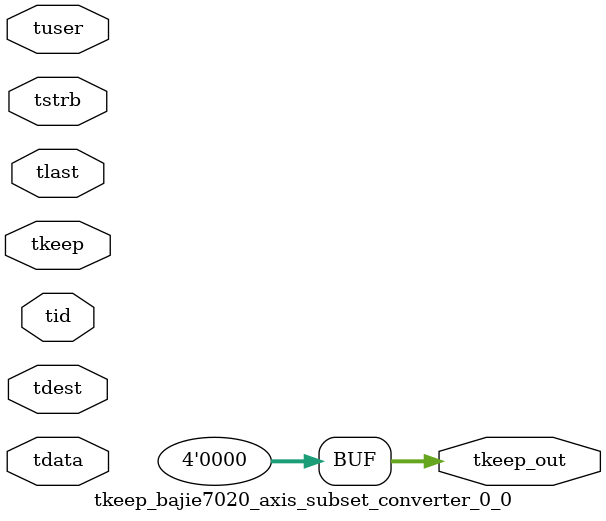
<source format=v>


`timescale 1ps/1ps

module tkeep_bajie7020_axis_subset_converter_0_0 #
(
parameter C_S_AXIS_TDATA_WIDTH = 32,
parameter C_S_AXIS_TUSER_WIDTH = 0,
parameter C_S_AXIS_TID_WIDTH   = 0,
parameter C_S_AXIS_TDEST_WIDTH = 0,
parameter C_M_AXIS_TDATA_WIDTH = 32
)
(
input  [(C_S_AXIS_TDATA_WIDTH == 0 ? 1 : C_S_AXIS_TDATA_WIDTH)-1:0     ] tdata,
input  [(C_S_AXIS_TUSER_WIDTH == 0 ? 1 : C_S_AXIS_TUSER_WIDTH)-1:0     ] tuser,
input  [(C_S_AXIS_TID_WIDTH   == 0 ? 1 : C_S_AXIS_TID_WIDTH)-1:0       ] tid,
input  [(C_S_AXIS_TDEST_WIDTH == 0 ? 1 : C_S_AXIS_TDEST_WIDTH)-1:0     ] tdest,
input  [(C_S_AXIS_TDATA_WIDTH/8)-1:0 ] tkeep,
input  [(C_S_AXIS_TDATA_WIDTH/8)-1:0 ] tstrb,
input                                                                    tlast,
output [(C_M_AXIS_TDATA_WIDTH/8)-1:0 ] tkeep_out
);

assign tkeep_out = {1'b0};

endmodule


</source>
